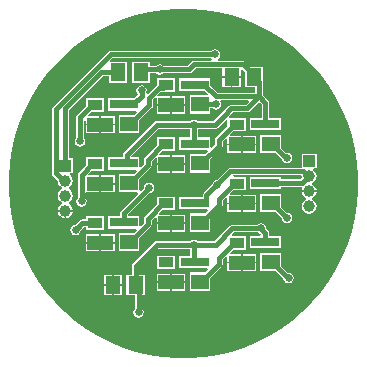
<source format=gtl>
G04*
G04 #@! TF.GenerationSoftware,Altium Limited,Altium Designer,22.0.2 (36)*
G04*
G04 Layer_Physical_Order=1*
G04 Layer_Color=255*
%FSLAX25Y25*%
%MOIN*%
G70*
G04*
G04 #@! TF.SameCoordinates,30A63591-0E6C-4272-A93C-493934CF8E47*
G04*
G04*
G04 #@! TF.FilePolarity,Positive*
G04*
G01*
G75*
%ADD12R,0.05118X0.05906*%
%ADD13R,0.05906X0.05118*%
%ADD14R,0.08661X0.04724*%
%ADD15R,0.05118X0.03543*%
%ADD16R,0.09449X0.03150*%
%ADD27C,0.01500*%
%ADD28C,0.03937*%
%ADD29R,0.03937X0.03937*%
%ADD30C,0.03937*%
%ADD31R,0.03937X0.03937*%
%ADD32C,0.02500*%
G36*
X6852Y57893D02*
X11373Y57177D01*
X15824Y56108D01*
X20178Y54694D01*
X24407Y52942D01*
X28485Y50864D01*
X32388Y48472D01*
X36091Y45782D01*
X39572Y42809D01*
X42809Y39572D01*
X45782Y36091D01*
X48472Y32388D01*
X50864Y28485D01*
X52942Y24407D01*
X54694Y20178D01*
X56108Y15824D01*
X57177Y11373D01*
X57893Y6852D01*
X58252Y2289D01*
Y-2289D01*
X57893Y-6852D01*
X57177Y-11373D01*
X56108Y-15824D01*
X54694Y-20178D01*
X52942Y-24407D01*
X50864Y-28485D01*
X48472Y-32388D01*
X45782Y-36091D01*
X42809Y-39572D01*
X39572Y-42809D01*
X36091Y-45782D01*
X32388Y-48472D01*
X28485Y-50864D01*
X24407Y-52942D01*
X20178Y-54694D01*
X15824Y-56108D01*
X11373Y-57177D01*
X6852Y-57893D01*
X2289Y-58252D01*
X-2289D01*
X-6852Y-57893D01*
X-11373Y-57177D01*
X-15824Y-56108D01*
X-20178Y-54694D01*
X-24407Y-52942D01*
X-28485Y-50864D01*
X-32388Y-48472D01*
X-36091Y-45782D01*
X-39572Y-42809D01*
X-42809Y-39572D01*
X-45782Y-36091D01*
X-48472Y-32388D01*
X-50864Y-28485D01*
X-52942Y-24407D01*
X-54694Y-20178D01*
X-56108Y-15824D01*
X-57177Y-11373D01*
X-57893Y-6852D01*
X-58252Y-2289D01*
Y2289D01*
X-57893Y6852D01*
X-57177Y11373D01*
X-56108Y15824D01*
X-54694Y20178D01*
X-52942Y24407D01*
X-50864Y28485D01*
X-48472Y32388D01*
X-45782Y36091D01*
X-42809Y39572D01*
X-39572Y42809D01*
X-36091Y45782D01*
X-32388Y48472D01*
X-28485Y50864D01*
X-24407Y52942D01*
X-20178Y54694D01*
X-15824Y56108D01*
X-11373Y57177D01*
X-6852Y57893D01*
X-2289Y58252D01*
X2289D01*
X6852Y57893D01*
D02*
G37*
%LPC*%
G36*
X10500Y44784D02*
X9817Y44649D01*
X9257Y44275D01*
X-24266D01*
X-24754Y44177D01*
X-25168Y43901D01*
X-43490Y25579D01*
X-43766Y25166D01*
X-43863Y24678D01*
Y3419D01*
X-43766Y2932D01*
X-43490Y2518D01*
X-42503Y1531D01*
X-42366Y1440D01*
X-41878Y951D01*
X-41887Y905D01*
X-41695Y-58D01*
X-41150Y-874D01*
X-40488Y-1317D01*
X-40473Y-1358D01*
Y-1831D01*
X-40488Y-1872D01*
X-41150Y-2315D01*
X-41695Y-3131D01*
X-41887Y-4095D01*
X-41695Y-5058D01*
X-41150Y-5874D01*
X-40488Y-6317D01*
X-40473Y-6358D01*
Y-6831D01*
X-40488Y-6872D01*
X-41150Y-7315D01*
X-41695Y-8131D01*
X-41837Y-8845D01*
X-39370D01*
X-36903D01*
X-37045Y-8131D01*
X-37590Y-7315D01*
X-38253Y-6872D01*
X-38267Y-6831D01*
Y-6358D01*
X-38253Y-6317D01*
X-37590Y-5874D01*
X-37045Y-5058D01*
X-36853Y-4095D01*
X-37045Y-3131D01*
X-37590Y-2315D01*
X-38253Y-1872D01*
X-38267Y-1831D01*
Y-1358D01*
X-38253Y-1317D01*
X-37590Y-874D01*
X-37045Y-58D01*
X-36853Y905D01*
X-37045Y1869D01*
X-37590Y2685D01*
X-37967Y2937D01*
X-37816Y3437D01*
X-36902D01*
Y8374D01*
X-38096D01*
Y24540D01*
X-26910Y35726D01*
X-24799D01*
Y33547D01*
X-18681D01*
Y40453D01*
X-24304D01*
X-24511Y40953D01*
X-23739Y41726D01*
X9235D01*
X9487Y41473D01*
X9325Y40977D01*
X3563D01*
X3075Y40880D01*
X2662Y40604D01*
X1332Y39274D01*
X-6758D01*
X-7317Y39649D01*
X-8000Y39784D01*
X-8683Y39649D01*
X-9243Y39274D01*
X-11201D01*
Y40453D01*
X-17319D01*
Y33547D01*
X-11201D01*
Y36726D01*
X-9243D01*
X-8683Y36351D01*
X-8000Y36216D01*
X-7317Y36351D01*
X-6758Y36726D01*
X1860D01*
X2348Y36823D01*
X2761Y37099D01*
X4091Y38428D01*
X12941D01*
Y35750D01*
X16000D01*
X19059D01*
Y37806D01*
X19559Y38013D01*
X20421Y37150D01*
Y32047D01*
X23960D01*
Y30275D01*
X11311D01*
X8906Y32680D01*
Y35028D01*
X-1543D01*
Y30878D01*
X7103D01*
X8098Y29883D01*
X7907Y29421D01*
X2000D01*
Y23303D01*
X8906D01*
Y25072D01*
X9479D01*
X10039Y24698D01*
X10722Y24563D01*
X11404Y24698D01*
X11983Y25085D01*
X12370Y25664D01*
X12506Y26347D01*
X12370Y27030D01*
X12239Y27226D01*
X12506Y27725D01*
X21504D01*
X21695Y27264D01*
X20706Y26274D01*
X15953D01*
X15465Y26177D01*
X15052Y25901D01*
X12599Y23449D01*
X12504Y23306D01*
X9972Y20775D01*
X4743D01*
X4183Y21148D01*
X3500Y21284D01*
X2817Y21148D01*
X2258Y20775D01*
X-9000D01*
X-9488Y20677D01*
X-9901Y20401D01*
X-19754Y10548D01*
X-20031Y10135D01*
X-20128Y9647D01*
Y8776D01*
X-25165D01*
Y4626D01*
X-15716D01*
X-15524Y4164D01*
X-16519Y3169D01*
X-21622D01*
Y-2949D01*
X-15405D01*
X-15213Y-3411D01*
X-20842Y-9040D01*
X-21118Y-9453D01*
X-21215Y-9941D01*
Y-10913D01*
X-25165D01*
Y-15063D01*
X-15716D01*
X-15524Y-15525D01*
X-16519Y-16520D01*
X-21622D01*
Y-22638D01*
X-14717D01*
Y-18322D01*
X-10957Y-14563D01*
X-10681Y-14149D01*
X-10584Y-13661D01*
Y-12280D01*
X-9462Y-11158D01*
X-9000Y-11349D01*
Y-12963D01*
X-4419D01*
Y-10350D01*
X-8001D01*
X-8192Y-9888D01*
X-7198Y-8894D01*
X-2882D01*
Y-4350D01*
X-9000D01*
Y-7091D01*
X-12760Y-10851D01*
X-13036Y-11264D01*
X-13133Y-11752D01*
Y-13134D01*
X-14255Y-14255D01*
X-14717Y-14064D01*
Y-10913D01*
X-18532D01*
X-18611Y-10413D01*
X-11477Y-3280D01*
X-10817Y-3148D01*
X-10238Y-2762D01*
X-9851Y-2183D01*
X-9716Y-1500D01*
X-9851Y-817D01*
X-10238Y-238D01*
X-10817Y149D01*
X-11500Y284D01*
X-12183Y149D01*
X-12762Y-238D01*
X-13149Y-817D01*
X-13280Y-1477D01*
X-14255Y-2452D01*
X-14717Y-2261D01*
Y1367D01*
X-10957Y5126D01*
X-10681Y5540D01*
X-10584Y6028D01*
Y7409D01*
X-9462Y8531D01*
X-9000Y8340D01*
Y6726D01*
X-4419D01*
Y9339D01*
X-8001D01*
X-8192Y9800D01*
X-7198Y10795D01*
X-2882D01*
Y15339D01*
X-9000D01*
Y12598D01*
X-12760Y8838D01*
X-13036Y8425D01*
X-13133Y7937D01*
Y6555D01*
X-14255Y5434D01*
X-14717Y5625D01*
Y8776D01*
X-17215D01*
X-17422Y9276D01*
X-8472Y18225D01*
X2225D01*
Y15339D01*
X-1543D01*
Y11189D01*
X7907D01*
X8098Y10727D01*
X7103Y9732D01*
X2000D01*
Y3614D01*
X8906D01*
Y7930D01*
X12665Y11689D01*
X12941Y12103D01*
X13038Y12591D01*
Y13972D01*
X14160Y15094D01*
X14622Y14903D01*
Y13289D01*
X19203D01*
Y15902D01*
X15621D01*
X15430Y16364D01*
X16424Y17358D01*
X20740D01*
Y21902D01*
X15310D01*
X15119Y22364D01*
X16481Y23726D01*
X21234D01*
X21722Y23822D01*
X22136Y24099D01*
X25234Y27198D01*
X26029Y26403D01*
Y21902D01*
X22079D01*
Y17752D01*
X32528D01*
Y21902D01*
X28578D01*
Y26931D01*
X28481Y27419D01*
X28204Y27832D01*
X26509Y29528D01*
Y32047D01*
X26539D01*
Y38953D01*
X22224D01*
X20572Y40604D01*
X20159Y40880D01*
X19671Y40977D01*
X11523D01*
X11371Y41477D01*
X11762Y41738D01*
X12149Y42317D01*
X12284Y43000D01*
X12149Y43683D01*
X11762Y44262D01*
X11183Y44649D01*
X10500Y44784D01*
D02*
G37*
G36*
X19059Y35250D02*
X16250D01*
Y32047D01*
X19059D01*
Y35250D01*
D02*
G37*
G36*
X15750D02*
X12941D01*
Y32047D01*
X15750D01*
Y35250D01*
D02*
G37*
G36*
X-2882Y35028D02*
X-9000D01*
Y32747D01*
X-9167Y32635D01*
X-11856Y29946D01*
X-12453Y30056D01*
X-12482Y30121D01*
X-12352Y30317D01*
X-12216Y31000D01*
X-12352Y31683D01*
X-12738Y32262D01*
X-13317Y32649D01*
X-14000Y32784D01*
X-14683Y32649D01*
X-15262Y32262D01*
X-15649Y31683D01*
X-15784Y31000D01*
X-15649Y30317D01*
X-15274Y29757D01*
Y29709D01*
X-16519Y28465D01*
X-25165D01*
Y24315D01*
X-15716D01*
X-15524Y23853D01*
X-16519Y22858D01*
X-21622D01*
Y16740D01*
X-14717D01*
Y21056D01*
X-10599Y25174D01*
X-10323Y25587D01*
X-10226Y26075D01*
Y27972D01*
X-9500Y28698D01*
X-9000Y28490D01*
Y26415D01*
X-4419D01*
Y29028D01*
X-8463D01*
X-8670Y29528D01*
X-7738Y30460D01*
X-6963D01*
X-6839Y30484D01*
X-2882D01*
Y35028D01*
D02*
G37*
G36*
X661Y29028D02*
X-3919D01*
Y26415D01*
X661D01*
Y29028D01*
D02*
G37*
G36*
Y25915D02*
X-3919D01*
Y23303D01*
X661D01*
Y25915D01*
D02*
G37*
G36*
X-4419D02*
X-9000D01*
Y23303D01*
X-4419D01*
Y25915D01*
D02*
G37*
G36*
X-22961Y22465D02*
X-27541D01*
Y19852D01*
X-22961D01*
Y22465D01*
D02*
G37*
G36*
X-26504Y28465D02*
X-32622D01*
Y25724D01*
X-35401Y22944D01*
X-35677Y22531D01*
X-35774Y22043D01*
Y15243D01*
X-36149Y14683D01*
X-36284Y14000D01*
X-36149Y13317D01*
X-35762Y12738D01*
X-35183Y12352D01*
X-34500Y12216D01*
X-33817Y12352D01*
X-33238Y12738D01*
X-32851Y13317D01*
X-32716Y14000D01*
X-32851Y14683D01*
X-33226Y15243D01*
Y21174D01*
X-33122Y21244D01*
X-32622Y20976D01*
Y19852D01*
X-28041D01*
Y22465D01*
X-31623D01*
X-31814Y22927D01*
X-30820Y23921D01*
X-26504D01*
Y28465D01*
D02*
G37*
G36*
X-22961Y19352D02*
X-27541D01*
Y16740D01*
X-22961D01*
Y19352D01*
D02*
G37*
G36*
X-28041D02*
X-32622D01*
Y16740D01*
X-28041D01*
Y19352D01*
D02*
G37*
G36*
X24284Y15902D02*
X19703D01*
Y13289D01*
X24284D01*
Y15902D01*
D02*
G37*
G36*
Y12789D02*
X19703D01*
Y10177D01*
X24284D01*
Y12789D01*
D02*
G37*
G36*
X19203D02*
X14622D01*
Y10177D01*
X19203D01*
Y12789D01*
D02*
G37*
G36*
X661Y9339D02*
X-3919D01*
Y6726D01*
X661D01*
Y9339D01*
D02*
G37*
G36*
X32528Y16295D02*
X25622D01*
Y10177D01*
X30725D01*
X32794Y8109D01*
X32851Y7817D01*
X33238Y7238D01*
X33817Y6852D01*
X34500Y6716D01*
X35183Y6852D01*
X35762Y7238D01*
X36149Y7817D01*
X36284Y8500D01*
X36149Y9183D01*
X35762Y9762D01*
X35183Y10148D01*
X34500Y10284D01*
X34269Y10238D01*
X32528Y11980D01*
Y16295D01*
D02*
G37*
G36*
X661Y6226D02*
X-3919D01*
Y3614D01*
X661D01*
Y6226D01*
D02*
G37*
G36*
X-4419D02*
X-9000D01*
Y3614D01*
X-4419D01*
Y6226D01*
D02*
G37*
G36*
X44335Y9968D02*
X39398D01*
Y5274D01*
X15642D01*
X15154Y5178D01*
X14740Y4901D01*
X11081Y1241D01*
X10638Y1153D01*
X10059Y766D01*
X9672Y188D01*
X9584Y-255D01*
X6754Y-3085D01*
X6478Y-3498D01*
X6381Y-3986D01*
Y-4350D01*
X-1543D01*
Y-8500D01*
X7907D01*
X8098Y-8962D01*
X7103Y-9957D01*
X2000D01*
Y-16075D01*
X8906D01*
Y-11759D01*
X12665Y-8000D01*
X12941Y-7586D01*
X13038Y-7098D01*
Y-5717D01*
X14160Y-4595D01*
X14622Y-4786D01*
Y-6400D01*
X19203D01*
Y-3787D01*
X15621D01*
X15430Y-3325D01*
X16424Y-2331D01*
X20740D01*
Y2213D01*
X16897D01*
X16630Y2713D01*
X16639Y2726D01*
X38899D01*
X39349Y2500D01*
X39468Y1904D01*
X38976Y1412D01*
X32528D01*
Y2213D01*
X22079D01*
Y-1937D01*
X32528D01*
Y-1137D01*
X39207D01*
X39340Y-1297D01*
X39522Y-1629D01*
X39399Y-2250D01*
X44333D01*
X44191Y-1537D01*
X43646Y-720D01*
X42984Y-278D01*
X42970Y-237D01*
Y237D01*
X42984Y278D01*
X43646Y720D01*
X44191Y1537D01*
X44383Y2500D01*
X44191Y3463D01*
X43646Y4280D01*
X43269Y4532D01*
X43421Y5032D01*
X44335D01*
Y9968D01*
D02*
G37*
G36*
X-22961Y2776D02*
X-27541D01*
Y163D01*
X-22961D01*
Y2776D01*
D02*
G37*
G36*
Y-337D02*
X-27541D01*
Y-2949D01*
X-22961D01*
Y-337D01*
D02*
G37*
G36*
X24284Y-3787D02*
X19703D01*
Y-6400D01*
X24284D01*
Y-3787D01*
D02*
G37*
G36*
X-26504Y8776D02*
X-32622D01*
Y6035D01*
X-34901Y3756D01*
X-35177Y3342D01*
X-35274Y2854D01*
Y-4758D01*
X-35649Y-5317D01*
X-35784Y-6000D01*
X-35649Y-6683D01*
X-35262Y-7262D01*
X-34683Y-7649D01*
X-34000Y-7784D01*
X-33317Y-7649D01*
X-32738Y-7262D01*
X-32351Y-6683D01*
X-32216Y-6000D01*
X-32351Y-5317D01*
X-32726Y-4758D01*
Y-3406D01*
X-32622Y-2949D01*
X-28041D01*
Y-87D01*
Y2776D01*
X-31623D01*
X-31814Y3238D01*
X-30820Y4232D01*
X-26504D01*
Y8776D01*
D02*
G37*
G36*
X24284Y-6900D02*
X19703D01*
Y-9512D01*
X24284D01*
Y-6900D01*
D02*
G37*
G36*
X19203D02*
X14622D01*
Y-9512D01*
X19203D01*
Y-6900D01*
D02*
G37*
G36*
X44333Y-2750D02*
X39399D01*
X39541Y-3463D01*
X40086Y-4280D01*
X40749Y-4722D01*
X40763Y-4764D01*
Y-5237D01*
X40749Y-5278D01*
X40086Y-5720D01*
X39541Y-6537D01*
X39349Y-7500D01*
X39541Y-8463D01*
X40086Y-9280D01*
X40903Y-9825D01*
X41866Y-10017D01*
X42829Y-9825D01*
X43646Y-9280D01*
X44191Y-8463D01*
X44383Y-7500D01*
X44191Y-6537D01*
X43646Y-5720D01*
X42984Y-5278D01*
X42970Y-5237D01*
Y-4764D01*
X42984Y-4722D01*
X43646Y-4280D01*
X44191Y-3463D01*
X44333Y-2750D01*
D02*
G37*
G36*
X-36903Y-9345D02*
X-39120D01*
Y-11562D01*
X-38407Y-11420D01*
X-37590Y-10874D01*
X-37045Y-10058D01*
X-36903Y-9345D01*
D02*
G37*
G36*
X-39620D02*
X-41837D01*
X-41695Y-10058D01*
X-41150Y-10874D01*
X-40333Y-11420D01*
X-39620Y-11562D01*
Y-9345D01*
D02*
G37*
G36*
X661Y-10350D02*
X-3919D01*
Y-12963D01*
X661D01*
Y-10350D01*
D02*
G37*
G36*
X32528Y-3394D02*
X25622D01*
Y-9512D01*
X30725D01*
X32716Y-11503D01*
X32851Y-12183D01*
X33238Y-12762D01*
X33817Y-13149D01*
X34500Y-13284D01*
X35183Y-13149D01*
X35762Y-12762D01*
X36149Y-12183D01*
X36284Y-11500D01*
X36149Y-10817D01*
X35762Y-10238D01*
X35183Y-9851D01*
X34542Y-9724D01*
X32528Y-7709D01*
Y-3394D01*
D02*
G37*
G36*
X-26504Y-10913D02*
X-32622D01*
Y-11911D01*
X-33685D01*
X-34173Y-12008D01*
X-34586Y-12284D01*
X-36023Y-13720D01*
X-36683Y-13851D01*
X-37262Y-14238D01*
X-37648Y-14817D01*
X-37784Y-15500D01*
X-37648Y-16183D01*
X-37262Y-16762D01*
X-36683Y-17149D01*
X-36000Y-17284D01*
X-35317Y-17149D01*
X-34738Y-16762D01*
X-34352Y-16183D01*
X-34220Y-15523D01*
X-33157Y-14459D01*
X-32622D01*
Y-15457D01*
X-26504D01*
Y-10913D01*
D02*
G37*
G36*
X661Y-13463D02*
X-3919D01*
Y-16075D01*
X661D01*
Y-13463D01*
D02*
G37*
G36*
X-4419D02*
X-9000D01*
Y-16075D01*
X-4419D01*
Y-13463D01*
D02*
G37*
G36*
X-22961Y-16913D02*
X-27541D01*
Y-19526D01*
X-22961D01*
Y-16913D01*
D02*
G37*
G36*
X-28041D02*
X-32622D01*
Y-19526D01*
X-28041D01*
Y-16913D01*
D02*
G37*
G36*
X25751Y-13216D02*
X25068Y-13352D01*
X24508Y-13725D01*
X16331D01*
X15843Y-13823D01*
X15429Y-14099D01*
X10303Y-19226D01*
X4743D01*
X4183Y-18851D01*
X3500Y-18716D01*
X2817Y-18851D01*
X2258Y-19226D01*
X-9000D01*
X-9488Y-19322D01*
X-9901Y-19599D01*
X-16846Y-26544D01*
X-17122Y-26957D01*
X-17219Y-27445D01*
Y-30370D01*
X-19004D01*
Y-37276D01*
X-16274D01*
Y-41758D01*
X-16648Y-42317D01*
X-16784Y-43000D01*
X-16648Y-43683D01*
X-16262Y-44262D01*
X-15683Y-44649D01*
X-15000Y-44784D01*
X-14317Y-44649D01*
X-13738Y-44262D01*
X-13352Y-43683D01*
X-13216Y-43000D01*
X-13352Y-42317D01*
X-13725Y-41758D01*
Y-37276D01*
X-12886D01*
Y-30370D01*
X-14670D01*
Y-27973D01*
X-8472Y-21775D01*
X2225D01*
Y-24028D01*
X-1543D01*
Y-28177D01*
X7907D01*
X8098Y-28639D01*
X7103Y-29634D01*
X2000D01*
Y-35752D01*
X8906D01*
Y-31436D01*
X12665Y-27677D01*
X12941Y-27263D01*
X13038Y-26776D01*
Y-25406D01*
X14160Y-24284D01*
X14622Y-24475D01*
Y-26089D01*
X19203D01*
Y-23476D01*
X15621D01*
X15430Y-23014D01*
X16424Y-22020D01*
X20740D01*
Y-17476D01*
X16310D01*
X16119Y-17014D01*
X16859Y-16274D01*
X24508D01*
X25068Y-16648D01*
X25523Y-16739D01*
X25683Y-16976D01*
X25417Y-17476D01*
X22079D01*
Y-21626D01*
X32528D01*
Y-17476D01*
X28578D01*
Y-16552D01*
X28481Y-16065D01*
X28204Y-15651D01*
X27531Y-14977D01*
X27399Y-14317D01*
X27013Y-13738D01*
X26434Y-13352D01*
X25751Y-13216D01*
D02*
G37*
G36*
X-22961Y-20026D02*
X-27541D01*
Y-22638D01*
X-22961D01*
Y-20026D01*
D02*
G37*
G36*
X-28041D02*
X-32622D01*
Y-22638D01*
X-28041D01*
Y-20026D01*
D02*
G37*
G36*
X24284Y-23476D02*
X19703D01*
Y-26089D01*
X24284D01*
Y-23476D01*
D02*
G37*
G36*
X-2882Y-24028D02*
X-9000D01*
Y-28571D01*
X-2882D01*
Y-24028D01*
D02*
G37*
G36*
X24284Y-26589D02*
X19703D01*
Y-29201D01*
X24284D01*
Y-26589D01*
D02*
G37*
G36*
X19203D02*
X14622D01*
Y-29201D01*
X19203D01*
Y-26589D01*
D02*
G37*
G36*
X661Y-30028D02*
X-3919D01*
Y-32640D01*
X661D01*
Y-30028D01*
D02*
G37*
G36*
X-4419D02*
X-9000D01*
Y-32640D01*
X-4419D01*
Y-30028D01*
D02*
G37*
G36*
X32528Y-23083D02*
X25622D01*
Y-29201D01*
X30725D01*
X33263Y-31739D01*
X33351Y-32183D01*
X33738Y-32762D01*
X34317Y-33149D01*
X35000Y-33284D01*
X35683Y-33149D01*
X36262Y-32762D01*
X36648Y-32183D01*
X36784Y-31500D01*
X36648Y-30817D01*
X36262Y-30238D01*
X35683Y-29851D01*
X35000Y-29716D01*
X34871Y-29741D01*
X32528Y-27398D01*
Y-23083D01*
D02*
G37*
G36*
X-20366Y-30370D02*
X-23175D01*
Y-33573D01*
X-20366D01*
Y-30370D01*
D02*
G37*
G36*
X-23675D02*
X-26484D01*
Y-33573D01*
X-23675D01*
Y-30370D01*
D02*
G37*
G36*
X661Y-33140D02*
X-3919D01*
Y-35752D01*
X661D01*
Y-33140D01*
D02*
G37*
G36*
X-4419D02*
X-9000D01*
Y-35752D01*
X-4419D01*
Y-33140D01*
D02*
G37*
G36*
X-20366Y-34073D02*
X-23175D01*
Y-37276D01*
X-20366D01*
Y-34073D01*
D02*
G37*
G36*
X-23675D02*
X-26484D01*
Y-37276D01*
X-23675D01*
Y-34073D01*
D02*
G37*
%LPD*%
G36*
X14622Y21113D02*
Y19161D01*
X10863Y15401D01*
X10586Y14988D01*
X10489Y14500D01*
Y13118D01*
X9367Y11997D01*
X8906Y12188D01*
Y15339D01*
X4775D01*
Y18225D01*
X10500D01*
X10988Y18323D01*
X11401Y18599D01*
X14122Y21320D01*
X14622Y21113D01*
D02*
G37*
D12*
X-14260Y37000D02*
D03*
X-21740D02*
D03*
X-15945Y-33823D02*
D03*
X-23425D02*
D03*
X16000Y35500D02*
D03*
X23480D02*
D03*
D13*
X29075Y-6453D02*
D03*
Y13236D02*
D03*
X5453Y26362D02*
D03*
X-18169Y19799D02*
D03*
X5453Y6673D02*
D03*
X-18169Y110D02*
D03*
X5453Y-13016D02*
D03*
X-18169Y-19579D02*
D03*
X29075Y-26142D02*
D03*
X5453Y-32693D02*
D03*
D14*
X19453Y-6650D02*
D03*
Y13039D02*
D03*
X-4169Y26165D02*
D03*
X-27791Y19602D02*
D03*
X-4169Y6476D02*
D03*
X-27791Y-87D02*
D03*
X-4169Y-13213D02*
D03*
X-27791Y-19776D02*
D03*
X19453Y-26339D02*
D03*
X-4169Y-32890D02*
D03*
D15*
X17681Y-59D02*
D03*
Y19630D02*
D03*
X-5941Y32756D02*
D03*
X-29563Y26193D02*
D03*
X-5941Y13067D02*
D03*
X-29563Y6504D02*
D03*
X-5941Y-6622D02*
D03*
X-29563Y-13185D02*
D03*
X17681Y-19748D02*
D03*
X-5941Y-26299D02*
D03*
D16*
X27303Y138D02*
D03*
Y19827D02*
D03*
X3681Y32953D02*
D03*
X-19941Y26390D02*
D03*
X3681Y13264D02*
D03*
X-19941Y6701D02*
D03*
X3681Y-6425D02*
D03*
X-19941Y-12988D02*
D03*
X27303Y-19551D02*
D03*
X3681Y-26102D02*
D03*
D27*
X11321Y-321D02*
X15642Y4000D01*
X7655Y-3986D02*
X11321Y-321D01*
X-19941Y-12988D02*
Y-9941D01*
X-11500Y-1500D01*
X11321Y-495D02*
Y-321D01*
X39504Y138D02*
X41866Y2500D01*
X27303Y138D02*
X39504D01*
X41269Y2500D02*
X41866D01*
X39769Y4000D02*
X41269Y2500D01*
X15642Y4000D02*
X39769D01*
X7655Y-5600D02*
Y-3986D01*
X6831Y-6425D02*
X7655Y-5600D01*
X3681Y-6425D02*
X6831D01*
X27303Y-19551D02*
Y-16552D01*
X16331Y-15000D02*
X25751D01*
X27303Y-16552D01*
X10831Y-20500D02*
X16331Y-15000D01*
X3500Y-20500D02*
X10831D01*
X3500Y-25921D02*
Y-20500D01*
X-15945Y-27445D02*
X-9000Y-20500D01*
X3500Y-25921D02*
X3681Y-26102D01*
X-9000Y-20500D02*
X3500D01*
X-15945Y-33823D02*
Y-27445D01*
X-8000Y38000D02*
X1860D01*
X-15000Y-43000D02*
Y-34768D01*
X-15945Y-33823D02*
X-15000Y-34768D01*
X-13260Y38000D02*
X-8000D01*
X-14260Y37000D02*
X-13260Y38000D01*
X1860D02*
X3563Y39703D01*
X15953Y25000D02*
X21234D01*
X25234Y29000D01*
X27303Y26931D01*
Y19827D02*
Y26931D01*
X25234Y29000D02*
Y33746D01*
X10784Y29000D02*
X25234D01*
X23480Y35500D02*
X25234Y33746D01*
X3563Y39703D02*
X19671D01*
X6831Y32953D02*
X10784Y29000D01*
X3681Y32953D02*
X6831D01*
X23480Y35500D02*
Y35894D01*
X19671Y39703D02*
X23480Y35894D01*
X10500Y19500D02*
X13500Y22500D01*
Y22547D02*
X15953Y25000D01*
X3500Y19500D02*
X10500D01*
X13500Y22500D02*
Y22547D01*
X5453Y26362D02*
X5468Y26347D01*
X10722D01*
X-40029Y905D02*
X-39370D01*
X-42589Y3419D02*
Y24678D01*
X-24266Y43000D01*
X-41557Y2433D02*
X-40029Y905D01*
X-41602Y2433D02*
X-41557D01*
X-42589Y3419D02*
X-41602Y2433D01*
X-24266Y43000D02*
X10500D01*
X-34000Y2854D02*
X-30350Y6504D01*
X-34000Y-6000D02*
Y2854D01*
X-34500Y22043D02*
X-30350Y26193D01*
X-34500Y14000D02*
Y22043D01*
X-30350Y26193D02*
X-29563D01*
X-30350Y6504D02*
X-29563D01*
X-39370Y25068D02*
X-27438Y37000D01*
X-39370Y5906D02*
Y25068D01*
X-27438Y37000D02*
X-21740D01*
X3500Y13445D02*
Y19500D01*
Y13445D02*
X3681Y13264D01*
X-9000Y19500D02*
X3500D01*
X-19678Y6701D02*
X-18853Y7526D01*
Y9647D02*
X-9000Y19500D01*
X-19941Y6701D02*
X-19678D01*
X-18853Y7526D02*
Y9647D01*
X-17776Y19799D02*
X-11500Y26075D01*
Y28500D02*
X-8266Y31734D01*
X-11500Y26075D02*
Y28500D01*
X-14000Y29181D02*
Y31000D01*
X-16791Y26390D02*
X-14000Y29181D01*
X-6963Y31734D02*
X-5941Y32756D01*
X-8266Y31734D02*
X-6963D01*
X-19941Y26390D02*
X-16791D01*
X34827Y-31500D02*
X35000D01*
X29075Y-26142D02*
X29469D01*
X34827Y-31500D01*
X-36000Y-15500D02*
X-33685Y-13185D01*
X-29563D01*
X29469Y13236D02*
X34040Y8665D01*
X34335D02*
X34500Y8500D01*
X29075Y13236D02*
X29469D01*
X34040Y8665D02*
X34335D01*
X34500Y-11500D02*
Y-11484D01*
X29075Y-6453D02*
X29469D01*
X34500Y-11484D01*
X11764Y-24878D02*
X16894Y-19748D01*
X11764Y-26776D02*
Y-24878D01*
X5847Y-32693D02*
X11764Y-26776D01*
X5453Y-32693D02*
X5847D01*
X16894Y-19748D02*
X17681D01*
X-18169Y-19579D02*
X-17776D01*
X-6728Y-6622D02*
X-5941D01*
X-11858Y-11752D02*
X-6728Y-6622D01*
X-11858Y-13661D02*
Y-11752D01*
X-17776Y-19579D02*
X-11858Y-13661D01*
X11764Y-7098D02*
Y-5189D01*
X5847Y-13016D02*
X11764Y-7098D01*
X5453Y-13016D02*
X5847D01*
X16894Y-59D02*
X17681D01*
X11764Y-5189D02*
X16894Y-59D01*
X-18169Y110D02*
X-17776D01*
X-6728Y13067D02*
X-5941D01*
X-11858Y7937D02*
X-6728Y13067D01*
X-11858Y6028D02*
Y7937D01*
X-17776Y110D02*
X-11858Y6028D01*
X5453Y6673D02*
X5847D01*
X11764Y12591D01*
Y14500D01*
X16894Y19630D01*
X17681D01*
X-18169Y19799D02*
X-17776D01*
D28*
X41866Y-7500D02*
D03*
Y-2500D02*
D03*
Y2500D02*
D03*
D29*
Y7500D02*
D03*
D30*
X-39370Y-9094D02*
D03*
Y-4095D02*
D03*
Y905D02*
D03*
D31*
Y5906D02*
D03*
D32*
X-11500Y-1500D02*
D03*
X11321Y-495D02*
D03*
X25751Y-15000D02*
D03*
X3500Y-20500D02*
D03*
X-15000Y-43000D02*
D03*
X-8000Y38000D02*
D03*
X10722Y26347D02*
D03*
X10500Y43000D02*
D03*
X-34000Y-6000D02*
D03*
X-34500Y14000D02*
D03*
X3500Y19500D02*
D03*
X-14000Y31000D02*
D03*
X35000Y-31500D02*
D03*
X-36000Y-15500D02*
D03*
X34500Y8500D02*
D03*
Y-11500D02*
D03*
M02*

</source>
